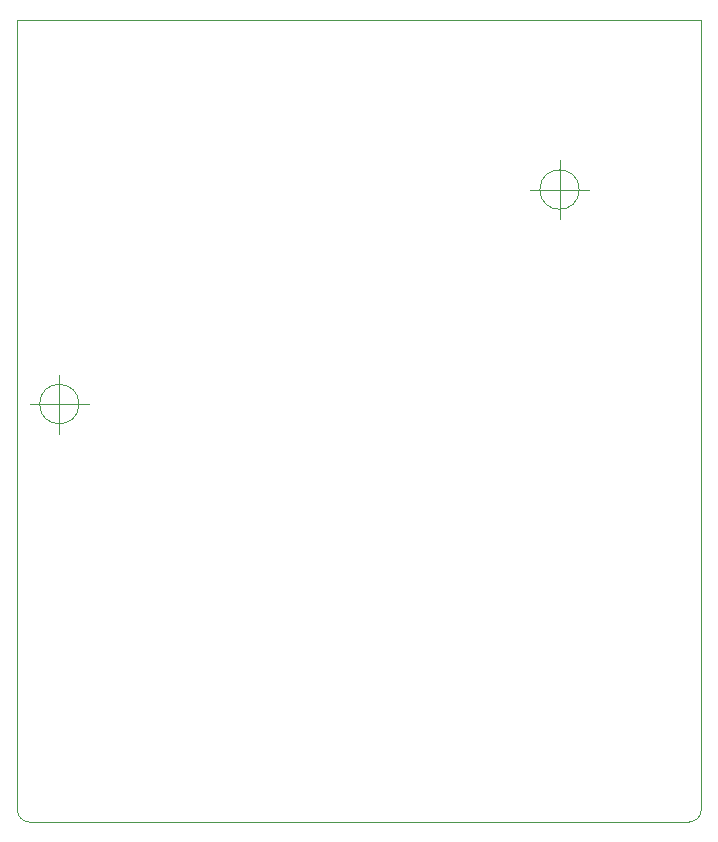
<source format=gbr>
G04 #@! TF.GenerationSoftware,KiCad,Pcbnew,(5.1.5)-3*
G04 #@! TF.CreationDate,2020-09-07T20:37:02-04:00*
G04 #@! TF.ProjectId,MONster64,4d4f4e73-7465-4723-9634-2e6b69636164,rev?*
G04 #@! TF.SameCoordinates,Original*
G04 #@! TF.FileFunction,Profile,NP*
%FSLAX46Y46*%
G04 Gerber Fmt 4.6, Leading zero omitted, Abs format (unit mm)*
G04 Created by KiCad (PCBNEW (5.1.5)-3) date 2020-09-07 20:37:02*
%MOMM*%
%LPD*%
G04 APERTURE LIST*
%ADD10C,0.100000*%
%ADD11C,0.025400*%
G04 APERTURE END LIST*
D10*
X104981166Y-85852000D02*
G75*
G03X104981166Y-85852000I-1666666J0D01*
G01*
X100814500Y-85852000D02*
X105814500Y-85852000D01*
X103314500Y-83352000D02*
X103314500Y-88352000D01*
X62626666Y-104013000D02*
G75*
G03X62626666Y-104013000I-1666666J0D01*
G01*
X58460000Y-104013000D02*
X63460000Y-104013000D01*
X60960000Y-101513000D02*
X60960000Y-106513000D01*
D11*
X58420000Y-139382500D02*
X114300000Y-139382500D01*
X57404000Y-71487500D02*
X57404000Y-138366500D01*
X115316000Y-71487500D02*
X115316000Y-138366500D01*
X58420000Y-139382500D02*
G75*
G02X57404000Y-138366500I0J1016000D01*
G01*
X57404000Y-71487500D02*
X115316000Y-71487500D01*
X114300000Y-139382500D02*
G75*
G03X115316000Y-138366500I0J1016000D01*
G01*
M02*

</source>
